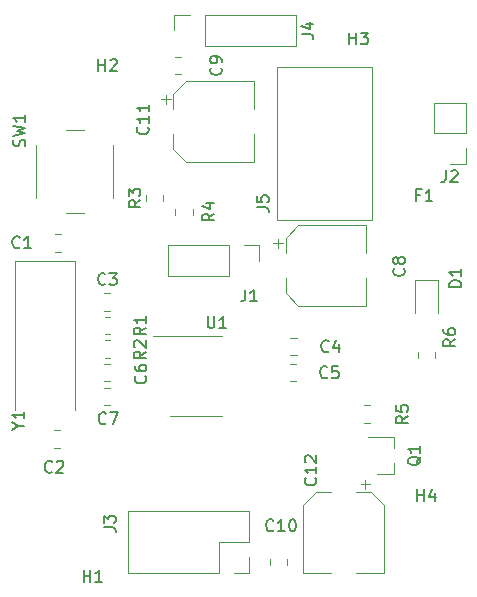
<source format=gbr>
G04 #@! TF.GenerationSoftware,KiCad,Pcbnew,5.1.9-73d0e3b20d~88~ubuntu18.04.1*
G04 #@! TF.CreationDate,2021-01-31T19:09:56+01:00*
G04 #@! TF.ProjectId,stm32_slave_bat,73746d33-325f-4736-9c61-76655f626174,rev?*
G04 #@! TF.SameCoordinates,Original*
G04 #@! TF.FileFunction,Legend,Top*
G04 #@! TF.FilePolarity,Positive*
%FSLAX46Y46*%
G04 Gerber Fmt 4.6, Leading zero omitted, Abs format (unit mm)*
G04 Created by KiCad (PCBNEW 5.1.9-73d0e3b20d~88~ubuntu18.04.1) date 2021-01-31 19:09:56*
%MOMM*%
%LPD*%
G01*
G04 APERTURE LIST*
%ADD10C,0.120000*%
%ADD11C,0.150000*%
G04 APERTURE END LIST*
D10*
X224738748Y-104265000D02*
X225261252Y-104265000D01*
X224738748Y-105735000D02*
X225261252Y-105735000D01*
X219500000Y-116200000D02*
X219500000Y-111700000D01*
X215500000Y-117450000D02*
X217000000Y-117450000D01*
X213000000Y-111700000D02*
X213000000Y-116200000D01*
X217000000Y-110450000D02*
X215500000Y-110450000D01*
X219227064Y-127735000D02*
X218772936Y-127735000D01*
X219227064Y-126265000D02*
X218772936Y-126265000D01*
X231030000Y-146600000D02*
X231030000Y-147930000D01*
X231030000Y-147930000D02*
X229700000Y-147930000D01*
X231030000Y-145330000D02*
X228430000Y-145330000D01*
X228430000Y-145330000D02*
X228430000Y-147930000D01*
X228430000Y-147930000D02*
X220750000Y-147930000D01*
X220750000Y-142730000D02*
X220750000Y-147930000D01*
X231030000Y-142730000D02*
X220750000Y-142730000D01*
X231030000Y-142730000D02*
X231030000Y-145330000D01*
X214538748Y-119265000D02*
X215061252Y-119265000D01*
X214538748Y-120735000D02*
X215061252Y-120735000D01*
X214476248Y-137335000D02*
X214998752Y-137335000D01*
X214476248Y-135865000D02*
X214998752Y-135865000D01*
X218738748Y-125735000D02*
X219261252Y-125735000D01*
X218738748Y-124265000D02*
X219261252Y-124265000D01*
X235011252Y-130265000D02*
X234488748Y-130265000D01*
X235011252Y-131735000D02*
X234488748Y-131735000D01*
X219261252Y-131735000D02*
X218738748Y-131735000D01*
X219261252Y-130265000D02*
X218738748Y-130265000D01*
X234235000Y-147261252D02*
X234235000Y-146738748D01*
X232765000Y-147261252D02*
X232765000Y-146738748D01*
X249330000Y-113330000D02*
X248000000Y-113330000D01*
X249330000Y-112000000D02*
X249330000Y-113330000D01*
X249330000Y-110730000D02*
X246670000Y-110730000D01*
X246670000Y-110730000D02*
X246670000Y-108130000D01*
X249330000Y-110730000D02*
X249330000Y-108130000D01*
X249330000Y-108130000D02*
X246670000Y-108130000D01*
X243260000Y-139580000D02*
X241800000Y-139580000D01*
X243260000Y-136420000D02*
X241100000Y-136420000D01*
X243260000Y-136420000D02*
X243260000Y-137350000D01*
X243260000Y-139580000D02*
X243260000Y-138650000D01*
X219227064Y-128265000D02*
X218772936Y-128265000D01*
X219227064Y-129735000D02*
X218772936Y-129735000D01*
X223735000Y-116427064D02*
X223735000Y-115972936D01*
X222265000Y-116427064D02*
X222265000Y-115972936D01*
X224765000Y-117627064D02*
X224765000Y-117172936D01*
X226235000Y-117627064D02*
X226235000Y-117172936D01*
X240772936Y-135235000D02*
X241227064Y-135235000D01*
X240772936Y-133765000D02*
X241227064Y-133765000D01*
X226500000Y-127865000D02*
X222900000Y-127865000D01*
X226500000Y-127865000D02*
X228700000Y-127865000D01*
X226500000Y-134635000D02*
X224300000Y-134635000D01*
X226500000Y-134635000D02*
X228700000Y-134635000D01*
X227270000Y-103330000D02*
X227270000Y-100670000D01*
X227270000Y-103330000D02*
X234950000Y-103330000D01*
X234950000Y-103330000D02*
X234950000Y-100670000D01*
X227270000Y-100670000D02*
X234950000Y-100670000D01*
X224670000Y-100670000D02*
X226000000Y-100670000D01*
X224670000Y-102000000D02*
X224670000Y-100670000D01*
X235023752Y-129535000D02*
X234501248Y-129535000D01*
X235023752Y-128065000D02*
X234501248Y-128065000D01*
X219261252Y-132265000D02*
X218738748Y-132265000D01*
X219261252Y-133735000D02*
X218738748Y-133735000D01*
X240910000Y-125310000D02*
X240910000Y-122960000D01*
X240910000Y-118490000D02*
X240910000Y-120840000D01*
X235154437Y-118490000D02*
X240910000Y-118490000D01*
X235154437Y-125310000D02*
X240910000Y-125310000D01*
X234090000Y-124245563D02*
X234090000Y-122960000D01*
X234090000Y-119554437D02*
X234090000Y-120840000D01*
X234090000Y-119554437D02*
X235154437Y-118490000D01*
X234090000Y-124245563D02*
X235154437Y-125310000D01*
X233062500Y-120052500D02*
X233850000Y-120052500D01*
X233456250Y-119658750D02*
X233456250Y-120446250D01*
X223956250Y-107458750D02*
X223956250Y-108246250D01*
X223562500Y-107852500D02*
X224350000Y-107852500D01*
X224590000Y-112045563D02*
X225654437Y-113110000D01*
X224590000Y-107354437D02*
X225654437Y-106290000D01*
X224590000Y-107354437D02*
X224590000Y-108640000D01*
X224590000Y-112045563D02*
X224590000Y-110760000D01*
X225654437Y-113110000D02*
X231410000Y-113110000D01*
X225654437Y-106290000D02*
X231410000Y-106290000D01*
X231410000Y-106290000D02*
X231410000Y-108640000D01*
X231410000Y-113110000D02*
X231410000Y-110760000D01*
X235590000Y-147910000D02*
X237940000Y-147910000D01*
X242410000Y-147910000D02*
X240060000Y-147910000D01*
X242410000Y-142154437D02*
X242410000Y-147910000D01*
X235590000Y-142154437D02*
X235590000Y-147910000D01*
X236654437Y-141090000D02*
X237940000Y-141090000D01*
X241345563Y-141090000D02*
X240060000Y-141090000D01*
X241345563Y-141090000D02*
X242410000Y-142154437D01*
X236654437Y-141090000D02*
X235590000Y-142154437D01*
X240847500Y-140062500D02*
X240847500Y-140850000D01*
X241241250Y-140456250D02*
X240453750Y-140456250D01*
X241400000Y-105100000D02*
X241400000Y-118100000D01*
X241400000Y-118100000D02*
X233400000Y-118100000D01*
X241400000Y-105100000D02*
X233400000Y-105100000D01*
X233400000Y-105100000D02*
X233400000Y-118100000D01*
X216300000Y-134150000D02*
X216300000Y-121550000D01*
X216300000Y-121550000D02*
X211200000Y-121550000D01*
X211200000Y-121550000D02*
X211200000Y-134150000D01*
X245040000Y-123115000D02*
X245040000Y-125975000D01*
X246960000Y-123115000D02*
X245040000Y-123115000D01*
X246960000Y-125975000D02*
X246960000Y-123115000D01*
X245265000Y-129272936D02*
X245265000Y-129727064D01*
X246735000Y-129272936D02*
X246735000Y-129727064D01*
X224130000Y-120170000D02*
X224130000Y-122830000D01*
X229270000Y-120170000D02*
X224130000Y-120170000D01*
X229270000Y-122830000D02*
X224130000Y-122830000D01*
X229270000Y-120170000D02*
X229270000Y-122830000D01*
X230540000Y-120170000D02*
X231870000Y-120170000D01*
X231870000Y-120170000D02*
X231870000Y-121500000D01*
D11*
X228607142Y-105166666D02*
X228654761Y-105214285D01*
X228702380Y-105357142D01*
X228702380Y-105452380D01*
X228654761Y-105595238D01*
X228559523Y-105690476D01*
X228464285Y-105738095D01*
X228273809Y-105785714D01*
X228130952Y-105785714D01*
X227940476Y-105738095D01*
X227845238Y-105690476D01*
X227750000Y-105595238D01*
X227702380Y-105452380D01*
X227702380Y-105357142D01*
X227750000Y-105214285D01*
X227797619Y-105166666D01*
X228702380Y-104690476D02*
X228702380Y-104500000D01*
X228654761Y-104404761D01*
X228607142Y-104357142D01*
X228464285Y-104261904D01*
X228273809Y-104214285D01*
X227892857Y-104214285D01*
X227797619Y-104261904D01*
X227750000Y-104309523D01*
X227702380Y-104404761D01*
X227702380Y-104595238D01*
X227750000Y-104690476D01*
X227797619Y-104738095D01*
X227892857Y-104785714D01*
X228130952Y-104785714D01*
X228226190Y-104738095D01*
X228273809Y-104690476D01*
X228321428Y-104595238D01*
X228321428Y-104404761D01*
X228273809Y-104309523D01*
X228226190Y-104261904D01*
X228130952Y-104214285D01*
X212004761Y-111833333D02*
X212052380Y-111690476D01*
X212052380Y-111452380D01*
X212004761Y-111357142D01*
X211957142Y-111309523D01*
X211861904Y-111261904D01*
X211766666Y-111261904D01*
X211671428Y-111309523D01*
X211623809Y-111357142D01*
X211576190Y-111452380D01*
X211528571Y-111642857D01*
X211480952Y-111738095D01*
X211433333Y-111785714D01*
X211338095Y-111833333D01*
X211242857Y-111833333D01*
X211147619Y-111785714D01*
X211100000Y-111738095D01*
X211052380Y-111642857D01*
X211052380Y-111404761D01*
X211100000Y-111261904D01*
X211052380Y-110928571D02*
X212052380Y-110690476D01*
X211338095Y-110500000D01*
X212052380Y-110309523D01*
X211052380Y-110071428D01*
X212052380Y-109166666D02*
X212052380Y-109738095D01*
X212052380Y-109452380D02*
X211052380Y-109452380D01*
X211195238Y-109547619D01*
X211290476Y-109642857D01*
X211338095Y-109738095D01*
X222252380Y-127166666D02*
X221776190Y-127500000D01*
X222252380Y-127738095D02*
X221252380Y-127738095D01*
X221252380Y-127357142D01*
X221300000Y-127261904D01*
X221347619Y-127214285D01*
X221442857Y-127166666D01*
X221585714Y-127166666D01*
X221680952Y-127214285D01*
X221728571Y-127261904D01*
X221776190Y-127357142D01*
X221776190Y-127738095D01*
X222252380Y-126214285D02*
X222252380Y-126785714D01*
X222252380Y-126500000D02*
X221252380Y-126500000D01*
X221395238Y-126595238D01*
X221490476Y-126690476D01*
X221538095Y-126785714D01*
X218702380Y-144083333D02*
X219416666Y-144083333D01*
X219559523Y-144130952D01*
X219654761Y-144226190D01*
X219702380Y-144369047D01*
X219702380Y-144464285D01*
X218702380Y-143702380D02*
X218702380Y-143083333D01*
X219083333Y-143416666D01*
X219083333Y-143273809D01*
X219130952Y-143178571D01*
X219178571Y-143130952D01*
X219273809Y-143083333D01*
X219511904Y-143083333D01*
X219607142Y-143130952D01*
X219654761Y-143178571D01*
X219702380Y-143273809D01*
X219702380Y-143559523D01*
X219654761Y-143654761D01*
X219607142Y-143702380D01*
X211583333Y-120357142D02*
X211535714Y-120404761D01*
X211392857Y-120452380D01*
X211297619Y-120452380D01*
X211154761Y-120404761D01*
X211059523Y-120309523D01*
X211011904Y-120214285D01*
X210964285Y-120023809D01*
X210964285Y-119880952D01*
X211011904Y-119690476D01*
X211059523Y-119595238D01*
X211154761Y-119500000D01*
X211297619Y-119452380D01*
X211392857Y-119452380D01*
X211535714Y-119500000D01*
X211583333Y-119547619D01*
X212535714Y-120452380D02*
X211964285Y-120452380D01*
X212250000Y-120452380D02*
X212250000Y-119452380D01*
X212154761Y-119595238D01*
X212059523Y-119690476D01*
X211964285Y-119738095D01*
X214333333Y-139357142D02*
X214285714Y-139404761D01*
X214142857Y-139452380D01*
X214047619Y-139452380D01*
X213904761Y-139404761D01*
X213809523Y-139309523D01*
X213761904Y-139214285D01*
X213714285Y-139023809D01*
X213714285Y-138880952D01*
X213761904Y-138690476D01*
X213809523Y-138595238D01*
X213904761Y-138500000D01*
X214047619Y-138452380D01*
X214142857Y-138452380D01*
X214285714Y-138500000D01*
X214333333Y-138547619D01*
X214714285Y-138547619D02*
X214761904Y-138500000D01*
X214857142Y-138452380D01*
X215095238Y-138452380D01*
X215190476Y-138500000D01*
X215238095Y-138547619D01*
X215285714Y-138642857D01*
X215285714Y-138738095D01*
X215238095Y-138880952D01*
X214666666Y-139452380D01*
X215285714Y-139452380D01*
X218833333Y-123457142D02*
X218785714Y-123504761D01*
X218642857Y-123552380D01*
X218547619Y-123552380D01*
X218404761Y-123504761D01*
X218309523Y-123409523D01*
X218261904Y-123314285D01*
X218214285Y-123123809D01*
X218214285Y-122980952D01*
X218261904Y-122790476D01*
X218309523Y-122695238D01*
X218404761Y-122600000D01*
X218547619Y-122552380D01*
X218642857Y-122552380D01*
X218785714Y-122600000D01*
X218833333Y-122647619D01*
X219166666Y-122552380D02*
X219785714Y-122552380D01*
X219452380Y-122933333D01*
X219595238Y-122933333D01*
X219690476Y-122980952D01*
X219738095Y-123028571D01*
X219785714Y-123123809D01*
X219785714Y-123361904D01*
X219738095Y-123457142D01*
X219690476Y-123504761D01*
X219595238Y-123552380D01*
X219309523Y-123552380D01*
X219214285Y-123504761D01*
X219166666Y-123457142D01*
X237633333Y-131357142D02*
X237585714Y-131404761D01*
X237442857Y-131452380D01*
X237347619Y-131452380D01*
X237204761Y-131404761D01*
X237109523Y-131309523D01*
X237061904Y-131214285D01*
X237014285Y-131023809D01*
X237014285Y-130880952D01*
X237061904Y-130690476D01*
X237109523Y-130595238D01*
X237204761Y-130500000D01*
X237347619Y-130452380D01*
X237442857Y-130452380D01*
X237585714Y-130500000D01*
X237633333Y-130547619D01*
X238538095Y-130452380D02*
X238061904Y-130452380D01*
X238014285Y-130928571D01*
X238061904Y-130880952D01*
X238157142Y-130833333D01*
X238395238Y-130833333D01*
X238490476Y-130880952D01*
X238538095Y-130928571D01*
X238585714Y-131023809D01*
X238585714Y-131261904D01*
X238538095Y-131357142D01*
X238490476Y-131404761D01*
X238395238Y-131452380D01*
X238157142Y-131452380D01*
X238061904Y-131404761D01*
X238014285Y-131357142D01*
X222207142Y-131266666D02*
X222254761Y-131314285D01*
X222302380Y-131457142D01*
X222302380Y-131552380D01*
X222254761Y-131695238D01*
X222159523Y-131790476D01*
X222064285Y-131838095D01*
X221873809Y-131885714D01*
X221730952Y-131885714D01*
X221540476Y-131838095D01*
X221445238Y-131790476D01*
X221350000Y-131695238D01*
X221302380Y-131552380D01*
X221302380Y-131457142D01*
X221350000Y-131314285D01*
X221397619Y-131266666D01*
X221302380Y-130409523D02*
X221302380Y-130600000D01*
X221350000Y-130695238D01*
X221397619Y-130742857D01*
X221540476Y-130838095D01*
X221730952Y-130885714D01*
X222111904Y-130885714D01*
X222207142Y-130838095D01*
X222254761Y-130790476D01*
X222302380Y-130695238D01*
X222302380Y-130504761D01*
X222254761Y-130409523D01*
X222207142Y-130361904D01*
X222111904Y-130314285D01*
X221873809Y-130314285D01*
X221778571Y-130361904D01*
X221730952Y-130409523D01*
X221683333Y-130504761D01*
X221683333Y-130695238D01*
X221730952Y-130790476D01*
X221778571Y-130838095D01*
X221873809Y-130885714D01*
X233057142Y-144319642D02*
X233009523Y-144367261D01*
X232866666Y-144414880D01*
X232771428Y-144414880D01*
X232628571Y-144367261D01*
X232533333Y-144272023D01*
X232485714Y-144176785D01*
X232438095Y-143986309D01*
X232438095Y-143843452D01*
X232485714Y-143652976D01*
X232533333Y-143557738D01*
X232628571Y-143462500D01*
X232771428Y-143414880D01*
X232866666Y-143414880D01*
X233009523Y-143462500D01*
X233057142Y-143510119D01*
X234009523Y-144414880D02*
X233438095Y-144414880D01*
X233723809Y-144414880D02*
X233723809Y-143414880D01*
X233628571Y-143557738D01*
X233533333Y-143652976D01*
X233438095Y-143700595D01*
X234628571Y-143414880D02*
X234723809Y-143414880D01*
X234819047Y-143462500D01*
X234866666Y-143510119D01*
X234914285Y-143605357D01*
X234961904Y-143795833D01*
X234961904Y-144033928D01*
X234914285Y-144224404D01*
X234866666Y-144319642D01*
X234819047Y-144367261D01*
X234723809Y-144414880D01*
X234628571Y-144414880D01*
X234533333Y-144367261D01*
X234485714Y-144319642D01*
X234438095Y-144224404D01*
X234390476Y-144033928D01*
X234390476Y-143795833D01*
X234438095Y-143605357D01*
X234485714Y-143510119D01*
X234533333Y-143462500D01*
X234628571Y-143414880D01*
X247666666Y-113852380D02*
X247666666Y-114566666D01*
X247619047Y-114709523D01*
X247523809Y-114804761D01*
X247380952Y-114852380D01*
X247285714Y-114852380D01*
X248095238Y-113947619D02*
X248142857Y-113900000D01*
X248238095Y-113852380D01*
X248476190Y-113852380D01*
X248571428Y-113900000D01*
X248619047Y-113947619D01*
X248666666Y-114042857D01*
X248666666Y-114138095D01*
X248619047Y-114280952D01*
X248047619Y-114852380D01*
X248666666Y-114852380D01*
X245547619Y-138095238D02*
X245500000Y-138190476D01*
X245404761Y-138285714D01*
X245261904Y-138428571D01*
X245214285Y-138523809D01*
X245214285Y-138619047D01*
X245452380Y-138571428D02*
X245404761Y-138666666D01*
X245309523Y-138761904D01*
X245119047Y-138809523D01*
X244785714Y-138809523D01*
X244595238Y-138761904D01*
X244500000Y-138666666D01*
X244452380Y-138571428D01*
X244452380Y-138380952D01*
X244500000Y-138285714D01*
X244595238Y-138190476D01*
X244785714Y-138142857D01*
X245119047Y-138142857D01*
X245309523Y-138190476D01*
X245404761Y-138285714D01*
X245452380Y-138380952D01*
X245452380Y-138571428D01*
X245452380Y-137190476D02*
X245452380Y-137761904D01*
X245452380Y-137476190D02*
X244452380Y-137476190D01*
X244595238Y-137571428D01*
X244690476Y-137666666D01*
X244738095Y-137761904D01*
X222252380Y-129216666D02*
X221776190Y-129550000D01*
X222252380Y-129788095D02*
X221252380Y-129788095D01*
X221252380Y-129407142D01*
X221300000Y-129311904D01*
X221347619Y-129264285D01*
X221442857Y-129216666D01*
X221585714Y-129216666D01*
X221680952Y-129264285D01*
X221728571Y-129311904D01*
X221776190Y-129407142D01*
X221776190Y-129788095D01*
X221347619Y-128835714D02*
X221300000Y-128788095D01*
X221252380Y-128692857D01*
X221252380Y-128454761D01*
X221300000Y-128359523D01*
X221347619Y-128311904D01*
X221442857Y-128264285D01*
X221538095Y-128264285D01*
X221680952Y-128311904D01*
X222252380Y-128883333D01*
X222252380Y-128264285D01*
X221802380Y-116366666D02*
X221326190Y-116700000D01*
X221802380Y-116938095D02*
X220802380Y-116938095D01*
X220802380Y-116557142D01*
X220850000Y-116461904D01*
X220897619Y-116414285D01*
X220992857Y-116366666D01*
X221135714Y-116366666D01*
X221230952Y-116414285D01*
X221278571Y-116461904D01*
X221326190Y-116557142D01*
X221326190Y-116938095D01*
X220802380Y-116033333D02*
X220802380Y-115414285D01*
X221183333Y-115747619D01*
X221183333Y-115604761D01*
X221230952Y-115509523D01*
X221278571Y-115461904D01*
X221373809Y-115414285D01*
X221611904Y-115414285D01*
X221707142Y-115461904D01*
X221754761Y-115509523D01*
X221802380Y-115604761D01*
X221802380Y-115890476D01*
X221754761Y-115985714D01*
X221707142Y-116033333D01*
X228052380Y-117516666D02*
X227576190Y-117850000D01*
X228052380Y-118088095D02*
X227052380Y-118088095D01*
X227052380Y-117707142D01*
X227100000Y-117611904D01*
X227147619Y-117564285D01*
X227242857Y-117516666D01*
X227385714Y-117516666D01*
X227480952Y-117564285D01*
X227528571Y-117611904D01*
X227576190Y-117707142D01*
X227576190Y-118088095D01*
X227385714Y-116659523D02*
X228052380Y-116659523D01*
X227004761Y-116897619D02*
X227719047Y-117135714D01*
X227719047Y-116516666D01*
X244452380Y-134666666D02*
X243976190Y-135000000D01*
X244452380Y-135238095D02*
X243452380Y-135238095D01*
X243452380Y-134857142D01*
X243500000Y-134761904D01*
X243547619Y-134714285D01*
X243642857Y-134666666D01*
X243785714Y-134666666D01*
X243880952Y-134714285D01*
X243928571Y-134761904D01*
X243976190Y-134857142D01*
X243976190Y-135238095D01*
X243452380Y-133761904D02*
X243452380Y-134238095D01*
X243928571Y-134285714D01*
X243880952Y-134238095D01*
X243833333Y-134142857D01*
X243833333Y-133904761D01*
X243880952Y-133809523D01*
X243928571Y-133761904D01*
X244023809Y-133714285D01*
X244261904Y-133714285D01*
X244357142Y-133761904D01*
X244404761Y-133809523D01*
X244452380Y-133904761D01*
X244452380Y-134142857D01*
X244404761Y-134238095D01*
X244357142Y-134285714D01*
X227488095Y-126202380D02*
X227488095Y-127011904D01*
X227535714Y-127107142D01*
X227583333Y-127154761D01*
X227678571Y-127202380D01*
X227869047Y-127202380D01*
X227964285Y-127154761D01*
X228011904Y-127107142D01*
X228059523Y-127011904D01*
X228059523Y-126202380D01*
X229059523Y-127202380D02*
X228488095Y-127202380D01*
X228773809Y-127202380D02*
X228773809Y-126202380D01*
X228678571Y-126345238D01*
X228583333Y-126440476D01*
X228488095Y-126488095D01*
X235452380Y-102333333D02*
X236166666Y-102333333D01*
X236309523Y-102380952D01*
X236404761Y-102476190D01*
X236452380Y-102619047D01*
X236452380Y-102714285D01*
X235785714Y-101428571D02*
X236452380Y-101428571D01*
X235404761Y-101666666D02*
X236119047Y-101904761D01*
X236119047Y-101285714D01*
X237733333Y-129157142D02*
X237685714Y-129204761D01*
X237542857Y-129252380D01*
X237447619Y-129252380D01*
X237304761Y-129204761D01*
X237209523Y-129109523D01*
X237161904Y-129014285D01*
X237114285Y-128823809D01*
X237114285Y-128680952D01*
X237161904Y-128490476D01*
X237209523Y-128395238D01*
X237304761Y-128300000D01*
X237447619Y-128252380D01*
X237542857Y-128252380D01*
X237685714Y-128300000D01*
X237733333Y-128347619D01*
X238590476Y-128585714D02*
X238590476Y-129252380D01*
X238352380Y-128204761D02*
X238114285Y-128919047D01*
X238733333Y-128919047D01*
X218883333Y-135257142D02*
X218835714Y-135304761D01*
X218692857Y-135352380D01*
X218597619Y-135352380D01*
X218454761Y-135304761D01*
X218359523Y-135209523D01*
X218311904Y-135114285D01*
X218264285Y-134923809D01*
X218264285Y-134780952D01*
X218311904Y-134590476D01*
X218359523Y-134495238D01*
X218454761Y-134400000D01*
X218597619Y-134352380D01*
X218692857Y-134352380D01*
X218835714Y-134400000D01*
X218883333Y-134447619D01*
X219216666Y-134352380D02*
X219883333Y-134352380D01*
X219454761Y-135352380D01*
X244107142Y-122166666D02*
X244154761Y-122214285D01*
X244202380Y-122357142D01*
X244202380Y-122452380D01*
X244154761Y-122595238D01*
X244059523Y-122690476D01*
X243964285Y-122738095D01*
X243773809Y-122785714D01*
X243630952Y-122785714D01*
X243440476Y-122738095D01*
X243345238Y-122690476D01*
X243250000Y-122595238D01*
X243202380Y-122452380D01*
X243202380Y-122357142D01*
X243250000Y-122214285D01*
X243297619Y-122166666D01*
X243630952Y-121595238D02*
X243583333Y-121690476D01*
X243535714Y-121738095D01*
X243440476Y-121785714D01*
X243392857Y-121785714D01*
X243297619Y-121738095D01*
X243250000Y-121690476D01*
X243202380Y-121595238D01*
X243202380Y-121404761D01*
X243250000Y-121309523D01*
X243297619Y-121261904D01*
X243392857Y-121214285D01*
X243440476Y-121214285D01*
X243535714Y-121261904D01*
X243583333Y-121309523D01*
X243630952Y-121404761D01*
X243630952Y-121595238D01*
X243678571Y-121690476D01*
X243726190Y-121738095D01*
X243821428Y-121785714D01*
X244011904Y-121785714D01*
X244107142Y-121738095D01*
X244154761Y-121690476D01*
X244202380Y-121595238D01*
X244202380Y-121404761D01*
X244154761Y-121309523D01*
X244107142Y-121261904D01*
X244011904Y-121214285D01*
X243821428Y-121214285D01*
X243726190Y-121261904D01*
X243678571Y-121309523D01*
X243630952Y-121404761D01*
X222407142Y-110192857D02*
X222454761Y-110240476D01*
X222502380Y-110383333D01*
X222502380Y-110478571D01*
X222454761Y-110621428D01*
X222359523Y-110716666D01*
X222264285Y-110764285D01*
X222073809Y-110811904D01*
X221930952Y-110811904D01*
X221740476Y-110764285D01*
X221645238Y-110716666D01*
X221550000Y-110621428D01*
X221502380Y-110478571D01*
X221502380Y-110383333D01*
X221550000Y-110240476D01*
X221597619Y-110192857D01*
X222502380Y-109240476D02*
X222502380Y-109811904D01*
X222502380Y-109526190D02*
X221502380Y-109526190D01*
X221645238Y-109621428D01*
X221740476Y-109716666D01*
X221788095Y-109811904D01*
X222502380Y-108288095D02*
X222502380Y-108859523D01*
X222502380Y-108573809D02*
X221502380Y-108573809D01*
X221645238Y-108669047D01*
X221740476Y-108764285D01*
X221788095Y-108859523D01*
X236607142Y-139892857D02*
X236654761Y-139940476D01*
X236702380Y-140083333D01*
X236702380Y-140178571D01*
X236654761Y-140321428D01*
X236559523Y-140416666D01*
X236464285Y-140464285D01*
X236273809Y-140511904D01*
X236130952Y-140511904D01*
X235940476Y-140464285D01*
X235845238Y-140416666D01*
X235750000Y-140321428D01*
X235702380Y-140178571D01*
X235702380Y-140083333D01*
X235750000Y-139940476D01*
X235797619Y-139892857D01*
X236702380Y-138940476D02*
X236702380Y-139511904D01*
X236702380Y-139226190D02*
X235702380Y-139226190D01*
X235845238Y-139321428D01*
X235940476Y-139416666D01*
X235988095Y-139511904D01*
X235797619Y-138559523D02*
X235750000Y-138511904D01*
X235702380Y-138416666D01*
X235702380Y-138178571D01*
X235750000Y-138083333D01*
X235797619Y-138035714D01*
X235892857Y-137988095D01*
X235988095Y-137988095D01*
X236130952Y-138035714D01*
X236702380Y-138607142D01*
X236702380Y-137988095D01*
X245466666Y-115928571D02*
X245133333Y-115928571D01*
X245133333Y-116452380D02*
X245133333Y-115452380D01*
X245609523Y-115452380D01*
X246514285Y-116452380D02*
X245942857Y-116452380D01*
X246228571Y-116452380D02*
X246228571Y-115452380D01*
X246133333Y-115595238D01*
X246038095Y-115690476D01*
X245942857Y-115738095D01*
X231652380Y-116983333D02*
X232366666Y-116983333D01*
X232509523Y-117030952D01*
X232604761Y-117126190D01*
X232652380Y-117269047D01*
X232652380Y-117364285D01*
X231652380Y-116030952D02*
X231652380Y-116507142D01*
X232128571Y-116554761D01*
X232080952Y-116507142D01*
X232033333Y-116411904D01*
X232033333Y-116173809D01*
X232080952Y-116078571D01*
X232128571Y-116030952D01*
X232223809Y-115983333D01*
X232461904Y-115983333D01*
X232557142Y-116030952D01*
X232604761Y-116078571D01*
X232652380Y-116173809D01*
X232652380Y-116411904D01*
X232604761Y-116507142D01*
X232557142Y-116554761D01*
X211476190Y-135476190D02*
X211952380Y-135476190D01*
X210952380Y-135809523D02*
X211476190Y-135476190D01*
X210952380Y-135142857D01*
X211952380Y-134285714D02*
X211952380Y-134857142D01*
X211952380Y-134571428D02*
X210952380Y-134571428D01*
X211095238Y-134666666D01*
X211190476Y-134761904D01*
X211238095Y-134857142D01*
X248952380Y-123738095D02*
X247952380Y-123738095D01*
X247952380Y-123500000D01*
X248000000Y-123357142D01*
X248095238Y-123261904D01*
X248190476Y-123214285D01*
X248380952Y-123166666D01*
X248523809Y-123166666D01*
X248714285Y-123214285D01*
X248809523Y-123261904D01*
X248904761Y-123357142D01*
X248952380Y-123500000D01*
X248952380Y-123738095D01*
X248952380Y-122214285D02*
X248952380Y-122785714D01*
X248952380Y-122500000D02*
X247952380Y-122500000D01*
X248095238Y-122595238D01*
X248190476Y-122690476D01*
X248238095Y-122785714D01*
X248452380Y-128166666D02*
X247976190Y-128500000D01*
X248452380Y-128738095D02*
X247452380Y-128738095D01*
X247452380Y-128357142D01*
X247500000Y-128261904D01*
X247547619Y-128214285D01*
X247642857Y-128166666D01*
X247785714Y-128166666D01*
X247880952Y-128214285D01*
X247928571Y-128261904D01*
X247976190Y-128357142D01*
X247976190Y-128738095D01*
X247452380Y-127309523D02*
X247452380Y-127500000D01*
X247500000Y-127595238D01*
X247547619Y-127642857D01*
X247690476Y-127738095D01*
X247880952Y-127785714D01*
X248261904Y-127785714D01*
X248357142Y-127738095D01*
X248404761Y-127690476D01*
X248452380Y-127595238D01*
X248452380Y-127404761D01*
X248404761Y-127309523D01*
X248357142Y-127261904D01*
X248261904Y-127214285D01*
X248023809Y-127214285D01*
X247928571Y-127261904D01*
X247880952Y-127309523D01*
X247833333Y-127404761D01*
X247833333Y-127595238D01*
X247880952Y-127690476D01*
X247928571Y-127738095D01*
X248023809Y-127785714D01*
X230666666Y-123952380D02*
X230666666Y-124666666D01*
X230619047Y-124809523D01*
X230523809Y-124904761D01*
X230380952Y-124952380D01*
X230285714Y-124952380D01*
X231666666Y-124952380D02*
X231095238Y-124952380D01*
X231380952Y-124952380D02*
X231380952Y-123952380D01*
X231285714Y-124095238D01*
X231190476Y-124190476D01*
X231095238Y-124238095D01*
X216988095Y-148702380D02*
X216988095Y-147702380D01*
X216988095Y-148178571D02*
X217559523Y-148178571D01*
X217559523Y-148702380D02*
X217559523Y-147702380D01*
X218559523Y-148702380D02*
X217988095Y-148702380D01*
X218273809Y-148702380D02*
X218273809Y-147702380D01*
X218178571Y-147845238D01*
X218083333Y-147940476D01*
X217988095Y-147988095D01*
X218238095Y-105452380D02*
X218238095Y-104452380D01*
X218238095Y-104928571D02*
X218809523Y-104928571D01*
X218809523Y-105452380D02*
X218809523Y-104452380D01*
X219238095Y-104547619D02*
X219285714Y-104500000D01*
X219380952Y-104452380D01*
X219619047Y-104452380D01*
X219714285Y-104500000D01*
X219761904Y-104547619D01*
X219809523Y-104642857D01*
X219809523Y-104738095D01*
X219761904Y-104880952D01*
X219190476Y-105452380D01*
X219809523Y-105452380D01*
X239488095Y-103202380D02*
X239488095Y-102202380D01*
X239488095Y-102678571D02*
X240059523Y-102678571D01*
X240059523Y-103202380D02*
X240059523Y-102202380D01*
X240440476Y-102202380D02*
X241059523Y-102202380D01*
X240726190Y-102583333D01*
X240869047Y-102583333D01*
X240964285Y-102630952D01*
X241011904Y-102678571D01*
X241059523Y-102773809D01*
X241059523Y-103011904D01*
X241011904Y-103107142D01*
X240964285Y-103154761D01*
X240869047Y-103202380D01*
X240583333Y-103202380D01*
X240488095Y-103154761D01*
X240440476Y-103107142D01*
X245238095Y-141852380D02*
X245238095Y-140852380D01*
X245238095Y-141328571D02*
X245809523Y-141328571D01*
X245809523Y-141852380D02*
X245809523Y-140852380D01*
X246714285Y-141185714D02*
X246714285Y-141852380D01*
X246476190Y-140804761D02*
X246238095Y-141519047D01*
X246857142Y-141519047D01*
M02*

</source>
